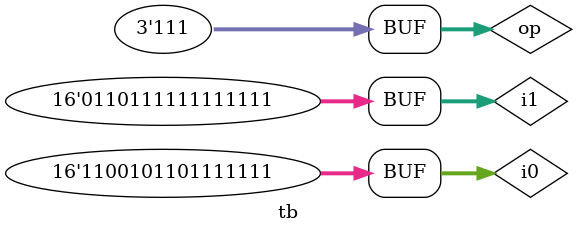
<source format=v>
module tb;
    reg [15:0] i0, i1;
    reg [2:0] op;
    wire [15:0] outp;
    wire cout;

    initial begin
      $dumpfile("tb.vcd");
      $dumpvars(0, tb);
    end

    alu alu_m( op, i0, i1, outp, cout);

    initial begin
      i0 = 16'hcb7f;
      i1 = 16'h0013;
      op = 3'b000;
      #5
      op = 3'b001;
      #5
      op = 3'b010;
      #5
      op = 3'b011;
      #5
      op = 3'b100;
      #5
      op = 3'b101;
      #5
      op = 3'b110;
      #5
      op = 3'b111;
      #5

      i1 = 16'h6fff;
      op = 3'b000;
      #5
      op = 3'b001;
      #5
      op = 3'b010;
      #5
      op = 3'b011;
      #5
      op = 3'b100;
      #5
      op = 3'b101;
      #5
      op = 3'b110;
      #5
      op = 3'b111;
      #5;
    end

endmodule
</source>
